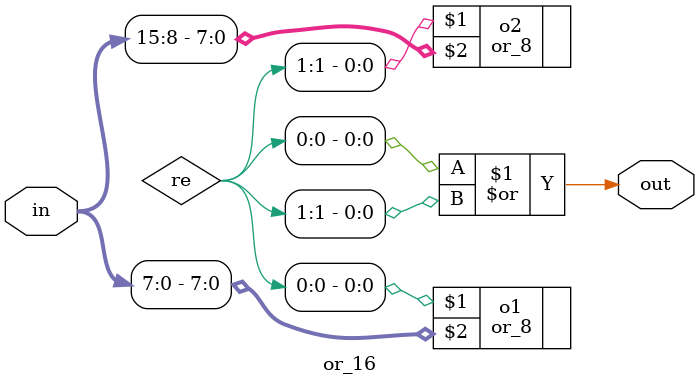
<source format=sv>
`timescale 1ns/10ps
module or_16 (out,in);
	input logic [15:0]in;
	output logic out;
	
	logic [1:0]re;
	
	or_8 o1(re[0],in[7:0]);
	or_8 o2(re[1],in[15:8]);
	or #50 o3(out,re[0],re[1]);

endmodule
</source>
